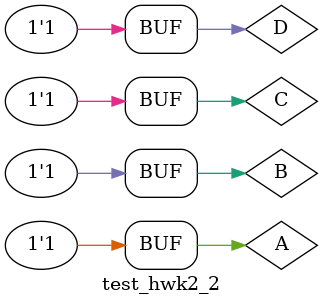
<source format=v>
`timescale 1ns/1ps
module test_hwk2_1();
reg A, B, C;
wire F, Fs;

homework2_1 hwk21 (F, Fs, A, B, C);

initial begin
	A=0; B=0; C=0; #10; // 000
	C=1; #10; // 001
	B=1; C=0; #10; // 010
	C=1; #10; // 011
	A=1; B=0; C=0; #10; // 100
	C=1; #10; // 101
	B=1; C=0; #10; // 110
	C=1; #10; //111
end
endmodule

// problem 2 test
`timescale 1ns/1ps
module test_hwk2_2();
reg A, B, C, D;
wire F, Fs;

homework2_2 hwk22 (F, Fs, A, B, C, D);

initial begin
	A=0; B=0; C=0; D=0; #10; // 0000
	A=0; B=0; C=0; D=1; #10; // 0001
	A=0; B=0; C=1; D=0; #10; // 0010
	A=0; B=0; C=1; D=1; #10; // 0011
	A=0; B=1; C=0; D=0; #10; // 0100
	A=0; B=1; C=0; D=1; #10; // 0101
	A=0; B=1; C=1; D=0; #10; // 0110
	A=0; B=1; C=1; D=1; #10; // 0111
	A=1; B=0; C=0; D=0; #10; // 1000
	A=1; B=0; C=0; D=1; #10; // 1001
	A=1; B=0; C=1; D=0; #10; // 1010
	A=1; B=0; C=1; D=1; #10; // 1011
	A=1; B=1; C=0; D=0; #10; // 1100
	A=1; B=1; C=0; D=1; #10; // 1101
	A=1; B=1; C=1; D=0; #10; // 1110
	A=1; B=1; C=1; D=1; #10; // 1111
end
endmodule
</source>
